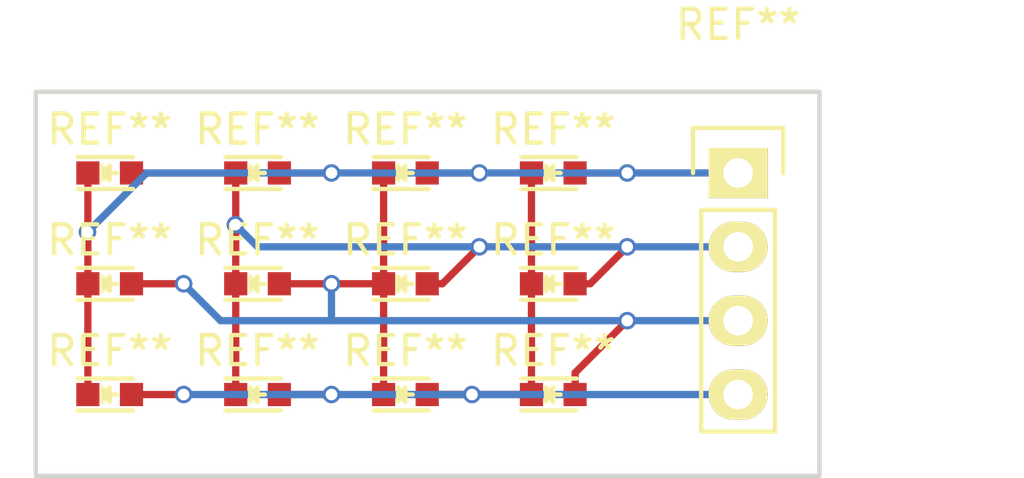
<source format=kicad_pcb>
(kicad_pcb (version 4) (host pcbnew 4.0.2+dfsg1-stable)

  (general
    (links 0)
    (no_connects 0)
    (area 140.862143 56.005 176.359287 72.719001)
    (thickness 1.6)
    (drawings 4)
    (tracks 61)
    (zones 0)
    (modules 13)
    (nets 1)
  )

  (page A4)
  (layers
    (0 F.Cu signal)
    (31 B.Cu signal)
    (32 B.Adhes user)
    (33 F.Adhes user)
    (34 B.Paste user)
    (35 F.Paste user)
    (36 B.SilkS user)
    (37 F.SilkS user)
    (38 B.Mask user)
    (39 F.Mask user)
    (40 Dwgs.User user)
    (41 Cmts.User user)
    (42 Eco1.User user)
    (43 Eco2.User user)
    (44 Edge.Cuts user)
    (45 Margin user)
    (46 B.CrtYd user)
    (47 F.CrtYd user)
    (48 B.Fab user)
    (49 F.Fab user)
  )

  (setup
    (last_trace_width 0.25)
    (trace_clearance 0.2)
    (zone_clearance 0.508)
    (zone_45_only no)
    (trace_min 0.2)
    (segment_width 0.2)
    (edge_width 0.15)
    (via_size 0.6)
    (via_drill 0.4)
    (via_min_size 0.4)
    (via_min_drill 0.3)
    (uvia_size 0.3)
    (uvia_drill 0.1)
    (uvias_allowed no)
    (uvia_min_size 0.2)
    (uvia_min_drill 0.1)
    (pcb_text_width 0.3)
    (pcb_text_size 1.5 1.5)
    (mod_edge_width 0.15)
    (mod_text_size 1 1)
    (mod_text_width 0.15)
    (pad_size 1.524 1.524)
    (pad_drill 0.762)
    (pad_to_mask_clearance 0.2)
    (aux_axis_origin 0 0)
    (visible_elements FFFFFF7F)
    (pcbplotparams
      (layerselection 0x010c0_80000001)
      (usegerberextensions false)
      (excludeedgelayer true)
      (linewidth 0.150000)
      (plotframeref false)
      (viasonmask false)
      (mode 1)
      (useauxorigin false)
      (hpglpennumber 1)
      (hpglpenspeed 20)
      (hpglpendiameter 15)
      (hpglpenoverlay 2)
      (psnegative false)
      (psa4output false)
      (plotreference true)
      (plotvalue true)
      (plotinvisibletext false)
      (padsonsilk false)
      (subtractmaskfromsilk false)
      (outputformat 1)
      (mirror false)
      (drillshape 0)
      (scaleselection 1)
      (outputdirectory ""))
  )

  (net 0 "")

  (net_class Default "This is the default net class."
    (clearance 0.2)
    (trace_width 0.25)
    (via_dia 0.6)
    (via_drill 0.4)
    (uvia_dia 0.3)
    (uvia_drill 0.1)
  )

  (module Pin_Headers:Pin_Header_Straight_1x04 (layer F.Cu) (tedit 0) (tstamp 57E3957D)
    (at 166.37 62.23)
    (descr "Through hole pin header")
    (tags "pin header")
    (fp_text reference REF** (at 0 -5.1) (layer F.SilkS)
      (effects (font (size 1 1) (thickness 0.15)))
    )
    (fp_text value Pin_Header_Straight_1x04 (at 0 -3.1) (layer F.Fab)
      (effects (font (size 1 1) (thickness 0.15)))
    )
    (fp_line (start -1.75 -1.75) (end -1.75 9.4) (layer F.CrtYd) (width 0.05))
    (fp_line (start 1.75 -1.75) (end 1.75 9.4) (layer F.CrtYd) (width 0.05))
    (fp_line (start -1.75 -1.75) (end 1.75 -1.75) (layer F.CrtYd) (width 0.05))
    (fp_line (start -1.75 9.4) (end 1.75 9.4) (layer F.CrtYd) (width 0.05))
    (fp_line (start -1.27 1.27) (end -1.27 8.89) (layer F.SilkS) (width 0.15))
    (fp_line (start 1.27 1.27) (end 1.27 8.89) (layer F.SilkS) (width 0.15))
    (fp_line (start 1.55 -1.55) (end 1.55 0) (layer F.SilkS) (width 0.15))
    (fp_line (start -1.27 8.89) (end 1.27 8.89) (layer F.SilkS) (width 0.15))
    (fp_line (start 1.27 1.27) (end -1.27 1.27) (layer F.SilkS) (width 0.15))
    (fp_line (start -1.55 0) (end -1.55 -1.55) (layer F.SilkS) (width 0.15))
    (fp_line (start -1.55 -1.55) (end 1.55 -1.55) (layer F.SilkS) (width 0.15))
    (pad 1 thru_hole rect (at 0 0) (size 2.032 1.7272) (drill 1.016) (layers *.Cu *.Mask F.SilkS))
    (pad 2 thru_hole oval (at 0 2.54) (size 2.032 1.7272) (drill 1.016) (layers *.Cu *.Mask F.SilkS))
    (pad 3 thru_hole oval (at 0 5.08) (size 2.032 1.7272) (drill 1.016) (layers *.Cu *.Mask F.SilkS))
    (pad 4 thru_hole oval (at 0 7.62) (size 2.032 1.7272) (drill 1.016) (layers *.Cu *.Mask F.SilkS))
    (model Pin_Headers.3dshapes/Pin_Header_Straight_1x04.wrl
      (at (xyz 0 -0.15 0))
      (scale (xyz 1 1 1))
      (rotate (xyz 0 0 90))
    )
  )

  (module LEDs:LED_0603 (layer F.Cu) (tedit 55BDE255) (tstamp 57E50D61)
    (at 160.02 62.23)
    (descr "LED 0603 smd package")
    (tags "LED led 0603 SMD smd SMT smt smdled SMDLED smtled SMTLED")
    (attr smd)
    (fp_text reference REF** (at 0 -1.5) (layer F.SilkS)
      (effects (font (size 1 1) (thickness 0.15)))
    )
    (fp_text value LED_0603 (at 0 1.5) (layer F.Fab)
      (effects (font (size 1 1) (thickness 0.15)))
    )
    (fp_line (start -1.1 0.55) (end 0.8 0.55) (layer F.SilkS) (width 0.15))
    (fp_line (start -1.1 -0.55) (end 0.8 -0.55) (layer F.SilkS) (width 0.15))
    (fp_line (start -0.2 0) (end 0.25 0) (layer F.SilkS) (width 0.15))
    (fp_line (start -0.25 -0.25) (end -0.25 0.25) (layer F.SilkS) (width 0.15))
    (fp_line (start -0.25 0) (end 0 -0.25) (layer F.SilkS) (width 0.15))
    (fp_line (start 0 -0.25) (end 0 0.25) (layer F.SilkS) (width 0.15))
    (fp_line (start 0 0.25) (end -0.25 0) (layer F.SilkS) (width 0.15))
    (fp_line (start 1.4 -0.75) (end 1.4 0.75) (layer F.CrtYd) (width 0.05))
    (fp_line (start 1.4 0.75) (end -1.4 0.75) (layer F.CrtYd) (width 0.05))
    (fp_line (start -1.4 0.75) (end -1.4 -0.75) (layer F.CrtYd) (width 0.05))
    (fp_line (start -1.4 -0.75) (end 1.4 -0.75) (layer F.CrtYd) (width 0.05))
    (pad 2 smd rect (at 0.7493 0 180) (size 0.79756 0.79756) (layers F.Cu F.Paste F.Mask))
    (pad 1 smd rect (at -0.7493 0 180) (size 0.79756 0.79756) (layers F.Cu F.Paste F.Mask))
    (model LEDs.3dshapes/LED_0603.wrl
      (at (xyz 0 0 0))
      (scale (xyz 1 1 1))
      (rotate (xyz 0 0 180))
    )
  )

  (module LEDs:LED_0603 (layer F.Cu) (tedit 55BDE255) (tstamp 57E50D82)
    (at 154.94 62.23)
    (descr "LED 0603 smd package")
    (tags "LED led 0603 SMD smd SMT smt smdled SMDLED smtled SMTLED")
    (attr smd)
    (fp_text reference REF** (at 0 -1.5) (layer F.SilkS)
      (effects (font (size 1 1) (thickness 0.15)))
    )
    (fp_text value LED_0603 (at 0 1.5) (layer F.Fab)
      (effects (font (size 1 1) (thickness 0.15)))
    )
    (fp_line (start -1.1 0.55) (end 0.8 0.55) (layer F.SilkS) (width 0.15))
    (fp_line (start -1.1 -0.55) (end 0.8 -0.55) (layer F.SilkS) (width 0.15))
    (fp_line (start -0.2 0) (end 0.25 0) (layer F.SilkS) (width 0.15))
    (fp_line (start -0.25 -0.25) (end -0.25 0.25) (layer F.SilkS) (width 0.15))
    (fp_line (start -0.25 0) (end 0 -0.25) (layer F.SilkS) (width 0.15))
    (fp_line (start 0 -0.25) (end 0 0.25) (layer F.SilkS) (width 0.15))
    (fp_line (start 0 0.25) (end -0.25 0) (layer F.SilkS) (width 0.15))
    (fp_line (start 1.4 -0.75) (end 1.4 0.75) (layer F.CrtYd) (width 0.05))
    (fp_line (start 1.4 0.75) (end -1.4 0.75) (layer F.CrtYd) (width 0.05))
    (fp_line (start -1.4 0.75) (end -1.4 -0.75) (layer F.CrtYd) (width 0.05))
    (fp_line (start -1.4 -0.75) (end 1.4 -0.75) (layer F.CrtYd) (width 0.05))
    (pad 2 smd rect (at 0.7493 0 180) (size 0.79756 0.79756) (layers F.Cu F.Paste F.Mask))
    (pad 1 smd rect (at -0.7493 0 180) (size 0.79756 0.79756) (layers F.Cu F.Paste F.Mask))
    (model LEDs.3dshapes/LED_0603.wrl
      (at (xyz 0 0 0))
      (scale (xyz 1 1 1))
      (rotate (xyz 0 0 180))
    )
  )

  (module LEDs:LED_0603 (layer F.Cu) (tedit 55BDE255) (tstamp 57E50DA3)
    (at 149.86 62.23)
    (descr "LED 0603 smd package")
    (tags "LED led 0603 SMD smd SMT smt smdled SMDLED smtled SMTLED")
    (attr smd)
    (fp_text reference REF** (at 0 -1.5) (layer F.SilkS)
      (effects (font (size 1 1) (thickness 0.15)))
    )
    (fp_text value LED_0603 (at 0 1.5) (layer F.Fab)
      (effects (font (size 1 1) (thickness 0.15)))
    )
    (fp_line (start -1.1 0.55) (end 0.8 0.55) (layer F.SilkS) (width 0.15))
    (fp_line (start -1.1 -0.55) (end 0.8 -0.55) (layer F.SilkS) (width 0.15))
    (fp_line (start -0.2 0) (end 0.25 0) (layer F.SilkS) (width 0.15))
    (fp_line (start -0.25 -0.25) (end -0.25 0.25) (layer F.SilkS) (width 0.15))
    (fp_line (start -0.25 0) (end 0 -0.25) (layer F.SilkS) (width 0.15))
    (fp_line (start 0 -0.25) (end 0 0.25) (layer F.SilkS) (width 0.15))
    (fp_line (start 0 0.25) (end -0.25 0) (layer F.SilkS) (width 0.15))
    (fp_line (start 1.4 -0.75) (end 1.4 0.75) (layer F.CrtYd) (width 0.05))
    (fp_line (start 1.4 0.75) (end -1.4 0.75) (layer F.CrtYd) (width 0.05))
    (fp_line (start -1.4 0.75) (end -1.4 -0.75) (layer F.CrtYd) (width 0.05))
    (fp_line (start -1.4 -0.75) (end 1.4 -0.75) (layer F.CrtYd) (width 0.05))
    (pad 2 smd rect (at 0.7493 0 180) (size 0.79756 0.79756) (layers F.Cu F.Paste F.Mask))
    (pad 1 smd rect (at -0.7493 0 180) (size 0.79756 0.79756) (layers F.Cu F.Paste F.Mask))
    (model LEDs.3dshapes/LED_0603.wrl
      (at (xyz 0 0 0))
      (scale (xyz 1 1 1))
      (rotate (xyz 0 0 180))
    )
  )

  (module LEDs:LED_0603 (layer F.Cu) (tedit 55BDE255) (tstamp 57E50DC4)
    (at 144.78 62.23)
    (descr "LED 0603 smd package")
    (tags "LED led 0603 SMD smd SMT smt smdled SMDLED smtled SMTLED")
    (attr smd)
    (fp_text reference REF** (at 0 -1.5) (layer F.SilkS)
      (effects (font (size 1 1) (thickness 0.15)))
    )
    (fp_text value LED_0603 (at 0 1.5) (layer F.Fab)
      (effects (font (size 1 1) (thickness 0.15)))
    )
    (fp_line (start -1.1 0.55) (end 0.8 0.55) (layer F.SilkS) (width 0.15))
    (fp_line (start -1.1 -0.55) (end 0.8 -0.55) (layer F.SilkS) (width 0.15))
    (fp_line (start -0.2 0) (end 0.25 0) (layer F.SilkS) (width 0.15))
    (fp_line (start -0.25 -0.25) (end -0.25 0.25) (layer F.SilkS) (width 0.15))
    (fp_line (start -0.25 0) (end 0 -0.25) (layer F.SilkS) (width 0.15))
    (fp_line (start 0 -0.25) (end 0 0.25) (layer F.SilkS) (width 0.15))
    (fp_line (start 0 0.25) (end -0.25 0) (layer F.SilkS) (width 0.15))
    (fp_line (start 1.4 -0.75) (end 1.4 0.75) (layer F.CrtYd) (width 0.05))
    (fp_line (start 1.4 0.75) (end -1.4 0.75) (layer F.CrtYd) (width 0.05))
    (fp_line (start -1.4 0.75) (end -1.4 -0.75) (layer F.CrtYd) (width 0.05))
    (fp_line (start -1.4 -0.75) (end 1.4 -0.75) (layer F.CrtYd) (width 0.05))
    (pad 2 smd rect (at 0.7493 0 180) (size 0.79756 0.79756) (layers F.Cu F.Paste F.Mask))
    (pad 1 smd rect (at -0.7493 0 180) (size 0.79756 0.79756) (layers F.Cu F.Paste F.Mask))
    (model LEDs.3dshapes/LED_0603.wrl
      (at (xyz 0 0 0))
      (scale (xyz 1 1 1))
      (rotate (xyz 0 0 180))
    )
  )

  (module LEDs:LED_0603 (layer F.Cu) (tedit 55BDE255) (tstamp 57E50DE5)
    (at 160.02 69.85)
    (descr "LED 0603 smd package")
    (tags "LED led 0603 SMD smd SMT smt smdled SMDLED smtled SMTLED")
    (attr smd)
    (fp_text reference REF** (at 0 -1.5) (layer F.SilkS)
      (effects (font (size 1 1) (thickness 0.15)))
    )
    (fp_text value LED_0603 (at 0 1.5) (layer F.Fab)
      (effects (font (size 1 1) (thickness 0.15)))
    )
    (fp_line (start -1.1 0.55) (end 0.8 0.55) (layer F.SilkS) (width 0.15))
    (fp_line (start -1.1 -0.55) (end 0.8 -0.55) (layer F.SilkS) (width 0.15))
    (fp_line (start -0.2 0) (end 0.25 0) (layer F.SilkS) (width 0.15))
    (fp_line (start -0.25 -0.25) (end -0.25 0.25) (layer F.SilkS) (width 0.15))
    (fp_line (start -0.25 0) (end 0 -0.25) (layer F.SilkS) (width 0.15))
    (fp_line (start 0 -0.25) (end 0 0.25) (layer F.SilkS) (width 0.15))
    (fp_line (start 0 0.25) (end -0.25 0) (layer F.SilkS) (width 0.15))
    (fp_line (start 1.4 -0.75) (end 1.4 0.75) (layer F.CrtYd) (width 0.05))
    (fp_line (start 1.4 0.75) (end -1.4 0.75) (layer F.CrtYd) (width 0.05))
    (fp_line (start -1.4 0.75) (end -1.4 -0.75) (layer F.CrtYd) (width 0.05))
    (fp_line (start -1.4 -0.75) (end 1.4 -0.75) (layer F.CrtYd) (width 0.05))
    (pad 2 smd rect (at 0.7493 0 180) (size 0.79756 0.79756) (layers F.Cu F.Paste F.Mask))
    (pad 1 smd rect (at -0.7493 0 180) (size 0.79756 0.79756) (layers F.Cu F.Paste F.Mask))
    (model LEDs.3dshapes/LED_0603.wrl
      (at (xyz 0 0 0))
      (scale (xyz 1 1 1))
      (rotate (xyz 0 0 180))
    )
  )

  (module LEDs:LED_0603 (layer F.Cu) (tedit 55BDE255) (tstamp 57E50E06)
    (at 154.94 69.85)
    (descr "LED 0603 smd package")
    (tags "LED led 0603 SMD smd SMT smt smdled SMDLED smtled SMTLED")
    (attr smd)
    (fp_text reference REF** (at 0 -1.5) (layer F.SilkS)
      (effects (font (size 1 1) (thickness 0.15)))
    )
    (fp_text value LED_0603 (at 0 1.5) (layer F.Fab)
      (effects (font (size 1 1) (thickness 0.15)))
    )
    (fp_line (start -1.1 0.55) (end 0.8 0.55) (layer F.SilkS) (width 0.15))
    (fp_line (start -1.1 -0.55) (end 0.8 -0.55) (layer F.SilkS) (width 0.15))
    (fp_line (start -0.2 0) (end 0.25 0) (layer F.SilkS) (width 0.15))
    (fp_line (start -0.25 -0.25) (end -0.25 0.25) (layer F.SilkS) (width 0.15))
    (fp_line (start -0.25 0) (end 0 -0.25) (layer F.SilkS) (width 0.15))
    (fp_line (start 0 -0.25) (end 0 0.25) (layer F.SilkS) (width 0.15))
    (fp_line (start 0 0.25) (end -0.25 0) (layer F.SilkS) (width 0.15))
    (fp_line (start 1.4 -0.75) (end 1.4 0.75) (layer F.CrtYd) (width 0.05))
    (fp_line (start 1.4 0.75) (end -1.4 0.75) (layer F.CrtYd) (width 0.05))
    (fp_line (start -1.4 0.75) (end -1.4 -0.75) (layer F.CrtYd) (width 0.05))
    (fp_line (start -1.4 -0.75) (end 1.4 -0.75) (layer F.CrtYd) (width 0.05))
    (pad 2 smd rect (at 0.7493 0 180) (size 0.79756 0.79756) (layers F.Cu F.Paste F.Mask))
    (pad 1 smd rect (at -0.7493 0 180) (size 0.79756 0.79756) (layers F.Cu F.Paste F.Mask))
    (model LEDs.3dshapes/LED_0603.wrl
      (at (xyz 0 0 0))
      (scale (xyz 1 1 1))
      (rotate (xyz 0 0 180))
    )
  )

  (module LEDs:LED_0603 (layer F.Cu) (tedit 55BDE255) (tstamp 57E50E27)
    (at 149.86 69.85)
    (descr "LED 0603 smd package")
    (tags "LED led 0603 SMD smd SMT smt smdled SMDLED smtled SMTLED")
    (attr smd)
    (fp_text reference REF** (at 0 -1.5) (layer F.SilkS)
      (effects (font (size 1 1) (thickness 0.15)))
    )
    (fp_text value LED_0603 (at 0 1.5) (layer F.Fab)
      (effects (font (size 1 1) (thickness 0.15)))
    )
    (fp_line (start -1.1 0.55) (end 0.8 0.55) (layer F.SilkS) (width 0.15))
    (fp_line (start -1.1 -0.55) (end 0.8 -0.55) (layer F.SilkS) (width 0.15))
    (fp_line (start -0.2 0) (end 0.25 0) (layer F.SilkS) (width 0.15))
    (fp_line (start -0.25 -0.25) (end -0.25 0.25) (layer F.SilkS) (width 0.15))
    (fp_line (start -0.25 0) (end 0 -0.25) (layer F.SilkS) (width 0.15))
    (fp_line (start 0 -0.25) (end 0 0.25) (layer F.SilkS) (width 0.15))
    (fp_line (start 0 0.25) (end -0.25 0) (layer F.SilkS) (width 0.15))
    (fp_line (start 1.4 -0.75) (end 1.4 0.75) (layer F.CrtYd) (width 0.05))
    (fp_line (start 1.4 0.75) (end -1.4 0.75) (layer F.CrtYd) (width 0.05))
    (fp_line (start -1.4 0.75) (end -1.4 -0.75) (layer F.CrtYd) (width 0.05))
    (fp_line (start -1.4 -0.75) (end 1.4 -0.75) (layer F.CrtYd) (width 0.05))
    (pad 2 smd rect (at 0.7493 0 180) (size 0.79756 0.79756) (layers F.Cu F.Paste F.Mask))
    (pad 1 smd rect (at -0.7493 0 180) (size 0.79756 0.79756) (layers F.Cu F.Paste F.Mask))
    (model LEDs.3dshapes/LED_0603.wrl
      (at (xyz 0 0 0))
      (scale (xyz 1 1 1))
      (rotate (xyz 0 0 180))
    )
  )

  (module LEDs:LED_0603 (layer F.Cu) (tedit 55BDE255) (tstamp 57E50E48)
    (at 144.78 69.85)
    (descr "LED 0603 smd package")
    (tags "LED led 0603 SMD smd SMT smt smdled SMDLED smtled SMTLED")
    (attr smd)
    (fp_text reference REF** (at 0 -1.5) (layer F.SilkS)
      (effects (font (size 1 1) (thickness 0.15)))
    )
    (fp_text value LED_0603 (at 0 1.5) (layer F.Fab)
      (effects (font (size 1 1) (thickness 0.15)))
    )
    (fp_line (start -1.1 0.55) (end 0.8 0.55) (layer F.SilkS) (width 0.15))
    (fp_line (start -1.1 -0.55) (end 0.8 -0.55) (layer F.SilkS) (width 0.15))
    (fp_line (start -0.2 0) (end 0.25 0) (layer F.SilkS) (width 0.15))
    (fp_line (start -0.25 -0.25) (end -0.25 0.25) (layer F.SilkS) (width 0.15))
    (fp_line (start -0.25 0) (end 0 -0.25) (layer F.SilkS) (width 0.15))
    (fp_line (start 0 -0.25) (end 0 0.25) (layer F.SilkS) (width 0.15))
    (fp_line (start 0 0.25) (end -0.25 0) (layer F.SilkS) (width 0.15))
    (fp_line (start 1.4 -0.75) (end 1.4 0.75) (layer F.CrtYd) (width 0.05))
    (fp_line (start 1.4 0.75) (end -1.4 0.75) (layer F.CrtYd) (width 0.05))
    (fp_line (start -1.4 0.75) (end -1.4 -0.75) (layer F.CrtYd) (width 0.05))
    (fp_line (start -1.4 -0.75) (end 1.4 -0.75) (layer F.CrtYd) (width 0.05))
    (pad 2 smd rect (at 0.7493 0 180) (size 0.79756 0.79756) (layers F.Cu F.Paste F.Mask))
    (pad 1 smd rect (at -0.7493 0 180) (size 0.79756 0.79756) (layers F.Cu F.Paste F.Mask))
    (model LEDs.3dshapes/LED_0603.wrl
      (at (xyz 0 0 0))
      (scale (xyz 1 1 1))
      (rotate (xyz 0 0 180))
    )
  )

  (module LEDs:LED_0603 (layer F.Cu) (tedit 55BDE255) (tstamp 57E50E69)
    (at 154.94 66.04)
    (descr "LED 0603 smd package")
    (tags "LED led 0603 SMD smd SMT smt smdled SMDLED smtled SMTLED")
    (attr smd)
    (fp_text reference REF** (at 0 -1.5) (layer F.SilkS)
      (effects (font (size 1 1) (thickness 0.15)))
    )
    (fp_text value LED_0603 (at 0 1.5) (layer F.Fab)
      (effects (font (size 1 1) (thickness 0.15)))
    )
    (fp_line (start -1.1 0.55) (end 0.8 0.55) (layer F.SilkS) (width 0.15))
    (fp_line (start -1.1 -0.55) (end 0.8 -0.55) (layer F.SilkS) (width 0.15))
    (fp_line (start -0.2 0) (end 0.25 0) (layer F.SilkS) (width 0.15))
    (fp_line (start -0.25 -0.25) (end -0.25 0.25) (layer F.SilkS) (width 0.15))
    (fp_line (start -0.25 0) (end 0 -0.25) (layer F.SilkS) (width 0.15))
    (fp_line (start 0 -0.25) (end 0 0.25) (layer F.SilkS) (width 0.15))
    (fp_line (start 0 0.25) (end -0.25 0) (layer F.SilkS) (width 0.15))
    (fp_line (start 1.4 -0.75) (end 1.4 0.75) (layer F.CrtYd) (width 0.05))
    (fp_line (start 1.4 0.75) (end -1.4 0.75) (layer F.CrtYd) (width 0.05))
    (fp_line (start -1.4 0.75) (end -1.4 -0.75) (layer F.CrtYd) (width 0.05))
    (fp_line (start -1.4 -0.75) (end 1.4 -0.75) (layer F.CrtYd) (width 0.05))
    (pad 2 smd rect (at 0.7493 0 180) (size 0.79756 0.79756) (layers F.Cu F.Paste F.Mask))
    (pad 1 smd rect (at -0.7493 0 180) (size 0.79756 0.79756) (layers F.Cu F.Paste F.Mask))
    (model LEDs.3dshapes/LED_0603.wrl
      (at (xyz 0 0 0))
      (scale (xyz 1 1 1))
      (rotate (xyz 0 0 180))
    )
  )

  (module LEDs:LED_0603 (layer F.Cu) (tedit 55BDE255) (tstamp 57E50E8A)
    (at 149.86 66.04)
    (descr "LED 0603 smd package")
    (tags "LED led 0603 SMD smd SMT smt smdled SMDLED smtled SMTLED")
    (attr smd)
    (fp_text reference REF** (at 0 -1.5) (layer F.SilkS)
      (effects (font (size 1 1) (thickness 0.15)))
    )
    (fp_text value LED_0603 (at 0 1.5) (layer F.Fab)
      (effects (font (size 1 1) (thickness 0.15)))
    )
    (fp_line (start -1.1 0.55) (end 0.8 0.55) (layer F.SilkS) (width 0.15))
    (fp_line (start -1.1 -0.55) (end 0.8 -0.55) (layer F.SilkS) (width 0.15))
    (fp_line (start -0.2 0) (end 0.25 0) (layer F.SilkS) (width 0.15))
    (fp_line (start -0.25 -0.25) (end -0.25 0.25) (layer F.SilkS) (width 0.15))
    (fp_line (start -0.25 0) (end 0 -0.25) (layer F.SilkS) (width 0.15))
    (fp_line (start 0 -0.25) (end 0 0.25) (layer F.SilkS) (width 0.15))
    (fp_line (start 0 0.25) (end -0.25 0) (layer F.SilkS) (width 0.15))
    (fp_line (start 1.4 -0.75) (end 1.4 0.75) (layer F.CrtYd) (width 0.05))
    (fp_line (start 1.4 0.75) (end -1.4 0.75) (layer F.CrtYd) (width 0.05))
    (fp_line (start -1.4 0.75) (end -1.4 -0.75) (layer F.CrtYd) (width 0.05))
    (fp_line (start -1.4 -0.75) (end 1.4 -0.75) (layer F.CrtYd) (width 0.05))
    (pad 2 smd rect (at 0.7493 0 180) (size 0.79756 0.79756) (layers F.Cu F.Paste F.Mask))
    (pad 1 smd rect (at -0.7493 0 180) (size 0.79756 0.79756) (layers F.Cu F.Paste F.Mask))
    (model LEDs.3dshapes/LED_0603.wrl
      (at (xyz 0 0 0))
      (scale (xyz 1 1 1))
      (rotate (xyz 0 0 180))
    )
  )

  (module LEDs:LED_0603 (layer F.Cu) (tedit 55BDE255) (tstamp 57E50EAB)
    (at 144.78 66.04)
    (descr "LED 0603 smd package")
    (tags "LED led 0603 SMD smd SMT smt smdled SMDLED smtled SMTLED")
    (attr smd)
    (fp_text reference REF** (at 0 -1.5) (layer F.SilkS)
      (effects (font (size 1 1) (thickness 0.15)))
    )
    (fp_text value LED_0603 (at 0 1.5) (layer F.Fab)
      (effects (font (size 1 1) (thickness 0.15)))
    )
    (fp_line (start -1.1 0.55) (end 0.8 0.55) (layer F.SilkS) (width 0.15))
    (fp_line (start -1.1 -0.55) (end 0.8 -0.55) (layer F.SilkS) (width 0.15))
    (fp_line (start -0.2 0) (end 0.25 0) (layer F.SilkS) (width 0.15))
    (fp_line (start -0.25 -0.25) (end -0.25 0.25) (layer F.SilkS) (width 0.15))
    (fp_line (start -0.25 0) (end 0 -0.25) (layer F.SilkS) (width 0.15))
    (fp_line (start 0 -0.25) (end 0 0.25) (layer F.SilkS) (width 0.15))
    (fp_line (start 0 0.25) (end -0.25 0) (layer F.SilkS) (width 0.15))
    (fp_line (start 1.4 -0.75) (end 1.4 0.75) (layer F.CrtYd) (width 0.05))
    (fp_line (start 1.4 0.75) (end -1.4 0.75) (layer F.CrtYd) (width 0.05))
    (fp_line (start -1.4 0.75) (end -1.4 -0.75) (layer F.CrtYd) (width 0.05))
    (fp_line (start -1.4 -0.75) (end 1.4 -0.75) (layer F.CrtYd) (width 0.05))
    (pad 2 smd rect (at 0.7493 0 180) (size 0.79756 0.79756) (layers F.Cu F.Paste F.Mask))
    (pad 1 smd rect (at -0.7493 0 180) (size 0.79756 0.79756) (layers F.Cu F.Paste F.Mask))
    (model LEDs.3dshapes/LED_0603.wrl
      (at (xyz 0 0 0))
      (scale (xyz 1 1 1))
      (rotate (xyz 0 0 180))
    )
  )

  (module LEDs:LED_0603 (layer F.Cu) (tedit 55BDE255) (tstamp 57E50ECC)
    (at 160.02 66.04)
    (descr "LED 0603 smd package")
    (tags "LED led 0603 SMD smd SMT smt smdled SMDLED smtled SMTLED")
    (attr smd)
    (fp_text reference REF** (at 0 -1.5) (layer F.SilkS)
      (effects (font (size 1 1) (thickness 0.15)))
    )
    (fp_text value LED_0603 (at 0 1.5) (layer F.Fab)
      (effects (font (size 1 1) (thickness 0.15)))
    )
    (fp_line (start -1.1 0.55) (end 0.8 0.55) (layer F.SilkS) (width 0.15))
    (fp_line (start -1.1 -0.55) (end 0.8 -0.55) (layer F.SilkS) (width 0.15))
    (fp_line (start -0.2 0) (end 0.25 0) (layer F.SilkS) (width 0.15))
    (fp_line (start -0.25 -0.25) (end -0.25 0.25) (layer F.SilkS) (width 0.15))
    (fp_line (start -0.25 0) (end 0 -0.25) (layer F.SilkS) (width 0.15))
    (fp_line (start 0 -0.25) (end 0 0.25) (layer F.SilkS) (width 0.15))
    (fp_line (start 0 0.25) (end -0.25 0) (layer F.SilkS) (width 0.15))
    (fp_line (start 1.4 -0.75) (end 1.4 0.75) (layer F.CrtYd) (width 0.05))
    (fp_line (start 1.4 0.75) (end -1.4 0.75) (layer F.CrtYd) (width 0.05))
    (fp_line (start -1.4 0.75) (end -1.4 -0.75) (layer F.CrtYd) (width 0.05))
    (fp_line (start -1.4 -0.75) (end 1.4 -0.75) (layer F.CrtYd) (width 0.05))
    (pad 2 smd rect (at 0.7493 0 180) (size 0.79756 0.79756) (layers F.Cu F.Paste F.Mask))
    (pad 1 smd rect (at -0.7493 0 180) (size 0.79756 0.79756) (layers F.Cu F.Paste F.Mask))
    (model LEDs.3dshapes/LED_0603.wrl
      (at (xyz 0 0 0))
      (scale (xyz 1 1 1))
      (rotate (xyz 0 0 180))
    )
  )

  (gr_line (start 142.24 72.644) (end 142.24 59.436) (angle 90) (layer Edge.Cuts) (width 0.15))
  (gr_line (start 169.164 72.644) (end 142.24 72.644) (angle 90) (layer Edge.Cuts) (width 0.15))
  (gr_line (start 169.164 59.436) (end 169.164 72.644) (angle 90) (layer Edge.Cuts) (width 0.15))
  (gr_line (start 142.24 59.436) (end 169.164 59.436) (angle 90) (layer Edge.Cuts) (width 0.15))

  (segment (start 152.4 67.31) (end 152.4 66.04) (width 0.25) (layer B.Cu) (net 0))
  (via (at 152.4 66.04) (size 0.6) (drill 0.4) (layers F.Cu B.Cu) (net 0))
  (segment (start 160.7693 69.85) (end 160.7693 69.1007) (width 0.25) (layer F.Cu) (net 0))
  (via (at 162.56 67.31) (size 0.6) (drill 0.4) (layers F.Cu B.Cu) (net 0))
  (segment (start 160.7693 69.1007) (end 162.56 67.31) (width 0.25) (layer F.Cu) (net 0) (tstamp 57E50F4A))
  (segment (start 155.6893 69.85) (end 157.226 69.85) (width 0.25) (layer F.Cu) (net 0))
  (via (at 157.226 69.85) (size 0.6) (drill 0.4) (layers F.Cu B.Cu) (net 0))
  (segment (start 150.6093 69.85) (end 152.4 69.85) (width 0.25) (layer F.Cu) (net 0))
  (via (at 152.4 69.85) (size 0.6) (drill 0.4) (layers F.Cu B.Cu) (net 0))
  (segment (start 166.37 69.85) (end 157.226 69.85) (width 0.25) (layer B.Cu) (net 0))
  (segment (start 157.226 69.85) (end 152.4 69.85) (width 0.25) (layer B.Cu) (net 0) (tstamp 57E50F48))
  (segment (start 152.4 69.85) (end 147.32 69.85) (width 0.25) (layer B.Cu) (net 0) (tstamp 57E50F42))
  (segment (start 147.32 69.85) (end 145.5293 69.85) (width 0.25) (layer F.Cu) (net 0) (tstamp 57E50F3B))
  (via (at 147.32 69.85) (size 0.6) (drill 0.4) (layers F.Cu B.Cu) (net 0))
  (segment (start 166.37 67.31) (end 162.56 67.31) (width 0.25) (layer B.Cu) (net 0))
  (segment (start 162.56 67.31) (end 152.4 67.31) (width 0.25) (layer B.Cu) (net 0) (tstamp 57E50F4E))
  (segment (start 152.4 67.31) (end 148.59 67.31) (width 0.25) (layer B.Cu) (net 0) (tstamp 57E50F50))
  (segment (start 147.32 66.04) (end 145.5293 66.04) (width 0.25) (layer F.Cu) (net 0) (tstamp 57E50F36))
  (via (at 147.32 66.04) (size 0.6) (drill 0.4) (layers F.Cu B.Cu) (net 0))
  (segment (start 148.59 67.31) (end 147.32 66.04) (width 0.25) (layer B.Cu) (net 0) (tstamp 57E50F33))
  (segment (start 160.7693 66.04) (end 161.29 66.04) (width 0.25) (layer F.Cu) (net 0))
  (via (at 162.56 64.77) (size 0.6) (drill 0.4) (layers F.Cu B.Cu) (net 0))
  (segment (start 161.29 66.04) (end 162.56 64.77) (width 0.25) (layer F.Cu) (net 0) (tstamp 57E50F2B))
  (segment (start 155.6893 66.04) (end 156.21 66.04) (width 0.25) (layer F.Cu) (net 0))
  (via (at 157.48 64.77) (size 0.6) (drill 0.4) (layers F.Cu B.Cu) (net 0))
  (segment (start 156.21 66.04) (end 157.48 64.77) (width 0.25) (layer F.Cu) (net 0) (tstamp 57E50F25))
  (segment (start 160.7693 62.23) (end 162.56 62.23) (width 0.25) (layer F.Cu) (net 0))
  (via (at 162.56 62.23) (size 0.6) (drill 0.4) (layers F.Cu B.Cu) (net 0))
  (segment (start 155.6893 62.23) (end 157.48 62.23) (width 0.25) (layer F.Cu) (net 0))
  (via (at 157.48 62.23) (size 0.6) (drill 0.4) (layers F.Cu B.Cu) (net 0))
  (segment (start 150.6093 62.23) (end 152.4 62.23) (width 0.25) (layer F.Cu) (net 0))
  (via (at 152.4 62.23) (size 0.6) (drill 0.4) (layers F.Cu B.Cu) (net 0))
  (segment (start 166.37 64.77) (end 162.56 64.77) (width 0.25) (layer B.Cu) (net 0))
  (segment (start 162.56 64.77) (end 157.48 64.77) (width 0.25) (layer B.Cu) (net 0) (tstamp 57E50F2F))
  (segment (start 157.48 64.77) (end 149.86 64.77) (width 0.25) (layer B.Cu) (net 0) (tstamp 57E50F29))
  (segment (start 149.098 64.008) (end 149.1107 64.008) (width 0.25) (layer F.Cu) (net 0) (tstamp 57E50F00))
  (via (at 149.098 64.008) (size 0.6) (drill 0.4) (layers F.Cu B.Cu) (net 0))
  (segment (start 149.86 64.77) (end 149.098 64.008) (width 0.25) (layer B.Cu) (net 0) (tstamp 57E50EFE))
  (segment (start 166.37 62.23) (end 162.56 62.23) (width 0.25) (layer B.Cu) (net 0))
  (segment (start 162.56 62.23) (end 157.48 62.23) (width 0.25) (layer B.Cu) (net 0) (tstamp 57E50F23))
  (segment (start 157.48 62.23) (end 152.4 62.23) (width 0.25) (layer B.Cu) (net 0) (tstamp 57E50F1D))
  (segment (start 152.4 62.23) (end 146.05 62.23) (width 0.25) (layer B.Cu) (net 0) (tstamp 57E50F17))
  (segment (start 144.018 64.262) (end 144.0307 64.262) (width 0.25) (layer F.Cu) (net 0) (tstamp 57E50EF9))
  (via (at 144.018 64.262) (size 0.6) (drill 0.4) (layers F.Cu B.Cu) (net 0))
  (segment (start 146.05 62.23) (end 144.018 64.262) (width 0.25) (layer B.Cu) (net 0) (tstamp 57E50EF6))
  (segment (start 159.2707 69.85) (end 157.48 69.85) (width 0.25) (layer F.Cu) (net 0))
  (segment (start 157.48 69.85) (end 155.6893 69.85) (width 0.25) (layer F.Cu) (net 0) (tstamp 57E50F11))
  (segment (start 154.1907 66.04) (end 152.4 66.04) (width 0.25) (layer F.Cu) (net 0))
  (segment (start 152.4 66.04) (end 150.6093 66.04) (width 0.25) (layer F.Cu) (net 0) (tstamp 57E50F56))
  (segment (start 149.1107 62.23) (end 145.5293 62.23) (width 0.25) (layer F.Cu) (net 0))
  (segment (start 159.2707 62.23) (end 159.2707 66.04) (width 0.25) (layer F.Cu) (net 0))
  (segment (start 159.2707 66.04) (end 159.2707 69.85) (width 0.25) (layer F.Cu) (net 0) (tstamp 57E50EEB))
  (segment (start 154.1907 62.23) (end 154.1907 66.04) (width 0.25) (layer F.Cu) (net 0))
  (segment (start 154.1907 66.04) (end 154.1907 68.072) (width 0.25) (layer F.Cu) (net 0) (tstamp 57E50EE8))
  (segment (start 154.1907 68.072) (end 154.1907 69.85) (width 0.25) (layer F.Cu) (net 0) (tstamp 57E50F0A))
  (segment (start 149.1107 62.23) (end 149.1107 64.008) (width 0.25) (layer F.Cu) (net 0))
  (segment (start 149.1107 64.008) (end 149.1107 66.04) (width 0.25) (layer F.Cu) (net 0) (tstamp 57E50F03))
  (segment (start 149.1107 66.04) (end 149.1107 69.85) (width 0.25) (layer F.Cu) (net 0) (tstamp 57E50EE5))
  (segment (start 144.0307 62.23) (end 144.0307 64.262) (width 0.25) (layer F.Cu) (net 0))
  (segment (start 144.0307 64.262) (end 144.0307 66.04) (width 0.25) (layer F.Cu) (net 0) (tstamp 57E50EFC))
  (segment (start 144.0307 66.04) (end 144.0307 69.85) (width 0.25) (layer F.Cu) (net 0) (tstamp 57E50EE2))

)

</source>
